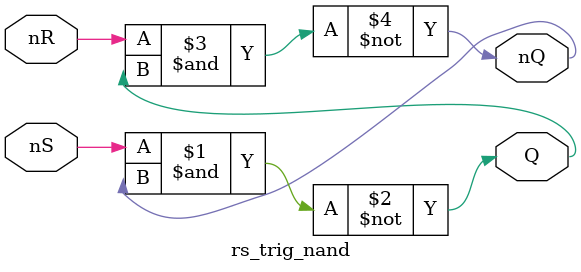
<source format=v>
module rs_trig_nand(nR, nS, Q, nQ);
	input nR;
	input nS;
	output Q;
	output nQ;
	
	assign Q = ~(nS & nQ);
	assign nQ = ~(nR & Q);
	
endmodule

</source>
